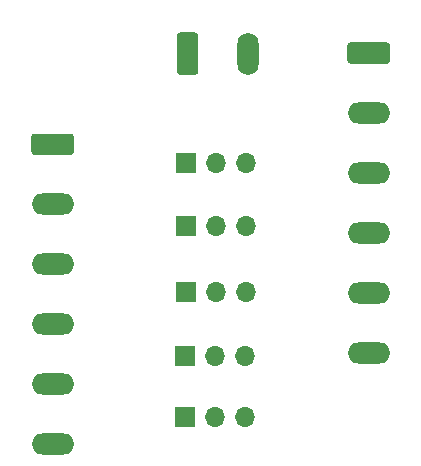
<source format=gbr>
%TF.GenerationSoftware,KiCad,Pcbnew,(5.1.7)-1*%
%TF.CreationDate,2020-12-28T14:37:07+01:00*%
%TF.ProjectId,control_neumatica,636f6e74-726f-46c5-9f6e-65756d617469,rev?*%
%TF.SameCoordinates,Original*%
%TF.FileFunction,Copper,L1,Top*%
%TF.FilePolarity,Positive*%
%FSLAX46Y46*%
G04 Gerber Fmt 4.6, Leading zero omitted, Abs format (unit mm)*
G04 Created by KiCad (PCBNEW (5.1.7)-1) date 2020-12-28 14:37:07*
%MOMM*%
%LPD*%
G01*
G04 APERTURE LIST*
%TA.AperFunction,ComponentPad*%
%ADD10O,3.600000X1.800000*%
%TD*%
%TA.AperFunction,ComponentPad*%
%ADD11O,1.700000X1.700000*%
%TD*%
%TA.AperFunction,ComponentPad*%
%ADD12R,1.700000X1.700000*%
%TD*%
%TA.AperFunction,ComponentPad*%
%ADD13O,1.800000X3.600000*%
%TD*%
G04 APERTURE END LIST*
D10*
%TO.P,SALIDAS                12V,6*%
%TO.N,O5*%
X151790400Y-68173600D03*
%TO.P,SALIDAS                12V,5*%
%TO.N,O4*%
X151790400Y-63093600D03*
%TO.P,SALIDAS                12V,4*%
%TO.N,O3*%
X151790400Y-58013600D03*
%TO.P,SALIDAS                12V,3*%
%TO.N,O2*%
X151790400Y-52933600D03*
%TO.P,SALIDAS                12V,2*%
%TO.N,O1*%
X151790400Y-47853600D03*
%TO.P,SALIDAS                12V,1*%
%TO.N,+12V*%
%TA.AperFunction,ComponentPad*%
G36*
G01*
X150240400Y-41873600D02*
X153340400Y-41873600D01*
G75*
G02*
X153590400Y-42123600I0J-250000D01*
G01*
X153590400Y-43423600D01*
G75*
G02*
X153340400Y-43673600I-250000J0D01*
G01*
X150240400Y-43673600D01*
G75*
G02*
X149990400Y-43423600I0J250000D01*
G01*
X149990400Y-42123600D01*
G75*
G02*
X150240400Y-41873600I250000J0D01*
G01*
G37*
%TD.AperFunction*%
%TD*%
D11*
%TO.P,S   D   G,3*%
%TO.N,I5*%
X141325600Y-73609200D03*
%TO.P,S   D   G,2*%
%TO.N,O5*%
X138785600Y-73609200D03*
D12*
%TO.P,S   D   G,1*%
%TO.N,GND*%
X136245600Y-73609200D03*
%TD*%
D11*
%TO.P, ,3*%
%TO.N,I4*%
X141325600Y-68427600D03*
%TO.P, ,2*%
%TO.N,O4*%
X138785600Y-68427600D03*
D12*
%TO.P, ,1*%
%TO.N,GND*%
X136245600Y-68427600D03*
%TD*%
D11*
%TO.P, ,3*%
%TO.N,I3*%
X141376400Y-62992000D03*
%TO.P, ,2*%
%TO.N,O3*%
X138836400Y-62992000D03*
D12*
%TO.P, ,1*%
%TO.N,GND*%
X136296400Y-62992000D03*
%TD*%
D11*
%TO.P, ,3*%
%TO.N,I2*%
X141376400Y-57454800D03*
%TO.P, ,2*%
%TO.N,O2*%
X138836400Y-57454800D03*
D12*
%TO.P, ,1*%
%TO.N,GND*%
X136296400Y-57454800D03*
%TD*%
D11*
%TO.P, ,3*%
%TO.N,I1*%
X141376400Y-52120800D03*
%TO.P, ,2*%
%TO.N,O1*%
X138836400Y-52120800D03*
D12*
%TO.P, ,1*%
%TO.N,GND*%
X136296400Y-52120800D03*
%TD*%
D13*
%TO.P,GND      12V,2*%
%TO.N,+12V*%
X141528800Y-42824400D03*
%TO.P,GND      12V,1*%
%TO.N,GND*%
%TA.AperFunction,ComponentPad*%
G36*
G01*
X135548800Y-44374400D02*
X135548800Y-41274400D01*
G75*
G02*
X135798800Y-41024400I250000J0D01*
G01*
X137098800Y-41024400D01*
G75*
G02*
X137348800Y-41274400I0J-250000D01*
G01*
X137348800Y-44374400D01*
G75*
G02*
X137098800Y-44624400I-250000J0D01*
G01*
X135798800Y-44624400D01*
G75*
G02*
X135548800Y-44374400I0J250000D01*
G01*
G37*
%TD.AperFunction*%
%TD*%
D10*
%TO.P,X              ENTRADAS,6*%
%TO.N,Net-(J1-Pad6)*%
X125018800Y-75895200D03*
%TO.P,X              ENTRADAS,5*%
%TO.N,I5*%
X125018800Y-70815200D03*
%TO.P,X              ENTRADAS,4*%
%TO.N,I4*%
X125018800Y-65735200D03*
%TO.P,X              ENTRADAS,3*%
%TO.N,I3*%
X125018800Y-60655200D03*
%TO.P,X              ENTRADAS,2*%
%TO.N,I2*%
X125018800Y-55575200D03*
%TO.P,X              ENTRADAS,1*%
%TO.N,I1*%
%TA.AperFunction,ComponentPad*%
G36*
G01*
X123468800Y-49595200D02*
X126568800Y-49595200D01*
G75*
G02*
X126818800Y-49845200I0J-250000D01*
G01*
X126818800Y-51145200D01*
G75*
G02*
X126568800Y-51395200I-250000J0D01*
G01*
X123468800Y-51395200D01*
G75*
G02*
X123218800Y-51145200I0J250000D01*
G01*
X123218800Y-49845200D01*
G75*
G02*
X123468800Y-49595200I250000J0D01*
G01*
G37*
%TD.AperFunction*%
%TD*%
M02*

</source>
